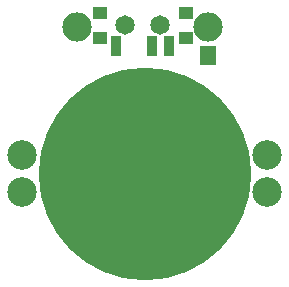
<source format=gbs>
G04*
G04 #@! TF.GenerationSoftware,Altium Limited,Altium Designer,21.8.1 (53)*
G04*
G04 Layer_Color=16711935*
%FSLAX25Y25*%
%MOIN*%
G70*
G04*
G04 #@! TF.SameCoordinates,84084700-972C-4F56-8257-0BF9F4D08F50*
G04*
G04*
G04 #@! TF.FilePolarity,Negative*
G04*
G01*
G75*
%ADD21C,0.09855*%
%ADD22C,0.06509*%
%ADD23C,0.09800*%
%ADD32C,0.70879*%
%ADD33R,0.04737X0.03950*%
%ADD34R,0.03556X0.06706*%
%ADD35R,0.05800X0.03300*%
D21*
X97445Y146095D02*
D03*
Y158299D02*
D03*
X15555D02*
D03*
Y146095D02*
D03*
D22*
X61811Y201500D02*
D03*
X50000D02*
D03*
D23*
X34000Y201000D02*
D03*
X77500D02*
D03*
D32*
X56500Y152000D02*
D03*
D33*
X41535Y197366D02*
D03*
Y205634D02*
D03*
X70276D02*
D03*
Y197366D02*
D03*
D34*
X64764Y194610D02*
D03*
X58858D02*
D03*
X47047D02*
D03*
D35*
X77500Y193100D02*
D03*
Y189900D02*
D03*
M02*

</source>
